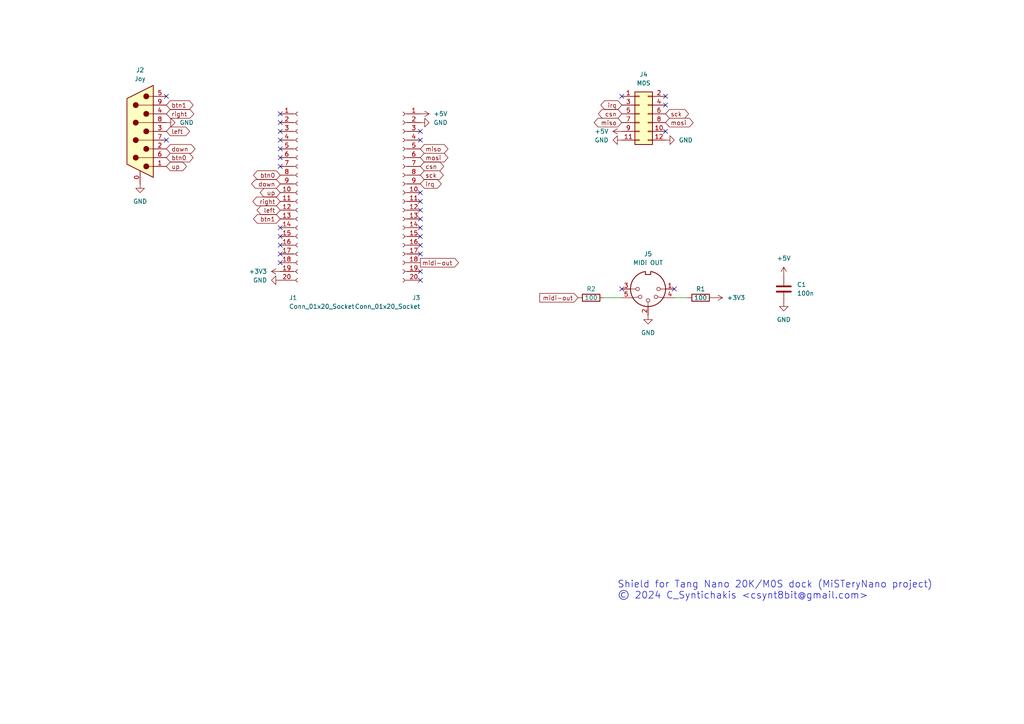
<source format=kicad_sch>
(kicad_sch (version 20250114) (generator "eeschema") (generator_version "9.0")
  (paper "A4")
  (title_block (title "nanoshield") (date "2024-06-04") (rev "1") (company "csynt"))
  (lib_symbols
    (symbol "Connector:Conn_01x20_Socket" (pin_names (offset 1.016) (hide yes))
      (property "Reference" "J" (at 0 25.4 0))
      (property "Value" "Conn_01x20_Socket" (at 0 -27.94 0))
      (symbol "Conn_01x20_Socket_1_1"
        (polyline (pts (xy -1.27 22.86) (xy -0.508 22.86)) (stroke (width 0.1524)))
        (polyline (pts (xy -1.27 20.32) (xy -0.508 20.32)) (stroke (width 0.1524)))
        (polyline (pts (xy -1.27 17.78) (xy -0.508 17.78)) (stroke (width 0.1524)))
        (polyline (pts (xy -1.27 15.24) (xy -0.508 15.24)) (stroke (width 0.1524)))
        (polyline (pts (xy -1.27 12.7) (xy -0.508 12.7)) (stroke (width 0.1524)))
        (polyline (pts (xy -1.27 10.16) (xy -0.508 10.16)) (stroke (width 0.1524)))
        (polyline (pts (xy -1.27 7.62) (xy -0.508 7.62)) (stroke (width 0.1524)))
        (polyline (pts (xy -1.27 5.08) (xy -0.508 5.08)) (stroke (width 0.1524)))
        (polyline (pts (xy -1.27 2.54) (xy -0.508 2.54)) (stroke (width 0.1524)))
        (polyline (pts (xy -1.27 0) (xy -0.508 0)) (stroke (width 0.1524)))
        (polyline (pts (xy -1.27 -2.54) (xy -0.508 -2.54)) (stroke (width 0.1524)))
        (polyline (pts (xy -1.27 -5.08) (xy -0.508 -5.08)) (stroke (width 0.1524)))
        (polyline (pts (xy -1.27 -7.62) (xy -0.508 -7.62)) (stroke (width 0.1524)))
        (polyline (pts (xy -1.27 -10.16) (xy -0.508 -10.16)) (stroke (width 0.1524)))
        (polyline (pts (xy -1.27 -12.7) (xy -0.508 -12.7)) (stroke (width 0.1524)))
        (polyline (pts (xy -1.27 -15.24) (xy -0.508 -15.24)) (stroke (width 0.1524)))
        (polyline (pts (xy -1.27 -17.78) (xy -0.508 -17.78)) (stroke (width 0.1524)))
        (polyline (pts (xy -1.27 -20.32) (xy -0.508 -20.32)) (stroke (width 0.1524)))
        (polyline (pts (xy -1.27 -22.86) (xy -0.508 -22.86)) (stroke (width 0.1524)))
        (polyline (pts (xy -1.27 -25.4) (xy -0.508 -25.4)) (stroke (width 0.1524)))
        (arc (start 0 22.352) (mid -0.5058 22.86) (end 0 23.368) (stroke (width 0.1524)))
        (arc (start 0 19.812) (mid -0.5058 20.32) (end 0 20.828) (stroke (width 0.1524)))
        (arc (start 0 17.272) (mid -0.5058 17.78) (end 0 18.288) (stroke (width 0.1524)))
        (arc (start 0 14.732) (mid -0.5058 15.24) (end 0 15.748) (stroke (width 0.1524)))
        (arc (start 0 12.192) (mid -0.5058 12.7) (end 0 13.208) (stroke (width 0.1524)))
        (arc (start 0 9.652) (mid -0.5058 10.16) (end 0 10.668) (stroke (width 0.1524)))
        (arc (start 0 7.112) (mid -0.5058 7.62) (end 0 8.128) (stroke (width 0.1524)))
        (arc (start 0 4.572) (mid -0.5058 5.08) (end 0 5.588) (stroke (width 0.1524)))
        (arc (start 0 2.032) (mid -0.5058 2.54) (end 0 3.048) (stroke (width 0.1524)))
        (arc (start 0 -0.508) (mid -0.5058 0) (end 0 0.508) (stroke (width 0.1524)))
        (arc (start 0 -3.048) (mid -0.5058 -2.54) (end 0 -2.032) (stroke (width 0.1524)))
        (arc (start 0 -5.588) (mid -0.5058 -5.08) (end 0 -4.572) (stroke (width 0.1524)))
        (arc (start 0 -8.128) (mid -0.5058 -7.62) (end 0 -7.112) (stroke (width 0.1524)))
        (arc (start 0 -10.668) (mid -0.5058 -10.16) (end 0 -9.652) (stroke (width 0.1524)))
        (arc (start 0 -13.208) (mid -0.5058 -12.7) (end 0 -12.192) (stroke (width 0.1524)))
        (arc (start 0 -15.748) (mid -0.5058 -15.24) (end 0 -14.732) (stroke (width 0.1524)))
        (arc (start 0 -18.288) (mid -0.5058 -17.78) (end 0 -17.272) (stroke (width 0.1524)))
        (arc (start 0 -20.828) (mid -0.5058 -20.32) (end 0 -19.812) (stroke (width 0.1524)))
        (arc (start 0 -23.368) (mid -0.5058 -22.86) (end 0 -22.352) (stroke (width 0.1524)))
        (arc (start 0 -25.908) (mid -0.5058 -25.4) (end 0 -24.892) (stroke (width 0.1524)))
        (pin passive line (at -5.08 22.86 0) (length 3.81) (name "Pin_1") (number "1"))
        (pin passive line (at -5.08 20.32 0) (length 3.81) (name "Pin_2") (number "2"))
        (pin passive line (at -5.08 17.78 0) (length 3.81) (name "Pin_3") (number "3"))
        (pin passive line (at -5.08 15.24 0) (length 3.81) (name "Pin_4") (number "4"))
        (pin passive line (at -5.08 12.7 0) (length 3.81) (name "Pin_5") (number "5"))
        (pin passive line (at -5.08 10.16 0) (length 3.81) (name "Pin_6") (number "6"))
        (pin passive line (at -5.08 7.62 0) (length 3.81) (name "Pin_7") (number "7"))
        (pin passive line (at -5.08 5.08 0) (length 3.81) (name "Pin_8") (number "8"))
        (pin passive line (at -5.08 2.54 0) (length 3.81) (name "Pin_9") (number "9"))
        (pin passive line (at -5.08 0 0) (length 3.81) (name "Pin_10") (number "10"))
        (pin passive line (at -5.08 -2.54 0) (length 3.81) (name "Pin_11") (number "11"))
        (pin passive line (at -5.08 -5.08 0) (length 3.81) (name "Pin_12") (number "12"))
        (pin passive line (at -5.08 -7.62 0) (length 3.81) (name "Pin_13") (number "13"))
        (pin passive line (at -5.08 -10.16 0) (length 3.81) (name "Pin_14") (number "14"))
        (pin passive line (at -5.08 -12.7 0) (length 3.81) (name "Pin_15") (number "15"))
        (pin passive line (at -5.08 -15.24 0) (length 3.81) (name "Pin_16") (number "16"))
        (pin passive line (at -5.08 -17.78 0) (length 3.81) (name "Pin_17") (number "17"))
        (pin passive line (at -5.08 -20.32 0) (length 3.81) (name "Pin_18") (number "18"))
        (pin passive line (at -5.08 -22.86 0) (length 3.81) (name "Pin_19") (number "19"))
        (pin passive line (at -5.08 -25.4 0) (length 3.81) (name "Pin_20") (number "20"))
      )
    )
    (symbol "Connector:DE9_Plug_MountingHoles" (pin_names (offset 1.016) (hide yes))
      (property "Reference" "J" (at 0 16.51 0))
      (property "Value" "DE9_Plug_MountingHoles" (at 0 14.605 0))
      (symbol "DE9_Plug_MountingHoles_0_1"
        (polyline (pts (xy -3.81 10.16) (xy -2.54 10.16)))
        (polyline (pts (xy -3.81 7.62) (xy 0.508 7.62)))
        (polyline (pts (xy -3.81 5.08) (xy -2.54 5.08)))
        (polyline (pts (xy -3.81 2.54) (xy 0.508 2.54)))
        (polyline (pts (xy -3.81 0) (xy -2.54 0)))
        (polyline (pts (xy -3.81 -2.54) (xy 0.508 -2.54)))
        (polyline (pts (xy -3.81 -5.08) (xy -2.54 -5.08)))
        (polyline (pts (xy -3.81 -7.62) (xy 0.508 -7.62)))
        (polyline (pts (xy -3.81 -10.16) (xy -2.54 -10.16)))
        (polyline (pts (xy -3.81 -13.335) (xy -3.81 13.335) (xy 3.81 9.525) (xy 3.81 -9.525) (xy -3.81 -13.335)) (stroke (width 0.254)) (fill (type background)))
        (circle (center -1.778 10.16) (radius 0.762) (fill (type outline)))
        (circle (center -1.778 5.08) (radius 0.762) (fill (type outline)))
        (circle (center -1.778 0) (radius 0.762) (fill (type outline)))
        (circle (center -1.778 -5.08) (radius 0.762) (fill (type outline)))
        (circle (center -1.778 -10.16) (radius 0.762) (fill (type outline)))
        (circle (center 1.27 7.62) (radius 0.762) (fill (type outline)))
        (circle (center 1.27 2.54) (radius 0.762) (fill (type outline)))
        (circle (center 1.27 -2.54) (radius 0.762) (fill (type outline)))
        (circle (center 1.27 -7.62) (radius 0.762) (fill (type outline)))
      )
      (symbol "DE9_Plug_MountingHoles_1_1"
        (pin passive line (at -7.62 10.16 0) (length 3.81) (name "5") (number "5"))
        (pin passive line (at -7.62 7.62 0) (length 3.81) (name "9") (number "9"))
        (pin passive line (at -7.62 5.08 0) (length 3.81) (name "4") (number "4"))
        (pin passive line (at -7.62 2.54 0) (length 3.81) (name "8") (number "8"))
        (pin passive line (at -7.62 0 0) (length 3.81) (name "3") (number "3"))
        (pin passive line (at -7.62 -2.54 0) (length 3.81) (name "7") (number "7"))
        (pin passive line (at -7.62 -5.08 0) (length 3.81) (name "2") (number "2"))
        (pin passive line (at -7.62 -7.62 0) (length 3.81) (name "6") (number "6"))
        (pin passive line (at -7.62 -10.16 0) (length 3.81) (name "1") (number "1"))
        (pin passive line (at 0 -15.24 90) (length 3.81) (name "PAD") (number "0"))
      )
    )
    (symbol "Connector:DIN-5_180degree" (pin_names (offset 1.016))
      (property "Reference" "J" (at 3.175 5.715 0))
      (property "Value" "DIN-5_180degree" (at 0 -6.35 0))
      (symbol "DIN-5_180degree_0_1"
        (polyline (pts (xy -5.08 2.54) (xy -4.318 2.54) (xy -2.794 2.286)))
        (polyline (pts (xy -5.08 0) (xy -3.556 0)))
        (circle (center -3.048 0) (radius 0.508))
        (circle (center -2.286 2.286) (radius 0.508))
        (polyline (pts (xy -0.762 -4.953) (xy -0.762 -4.191) (xy 0.762 -4.191) (xy 0.762 -4.953)) (stroke (width 0.254)))
        (arc (start 5.08 0) (mid 3.8673 -3.3444) (end 0.762 -5.08) (stroke (width 0.254)))
        (polyline (pts (xy 0 5.08) (xy 0 3.81)))
        (circle (center 0 3.302) (radius 0.508))
        (arc (start -5.08 0) (mid 0 5.0579) (end 5.08 0) (stroke (width 0.254)))
        (arc (start -0.762 -5.08) (mid -3.8597 -3.3379) (end -5.08 0) (stroke (width 0.254)))
        (circle (center 2.286 2.286) (radius 0.508))
        (circle (center 3.048 0) (radius 0.508))
        (polyline (pts (xy 5.08 2.54) (xy 4.318 2.54) (xy 2.794 2.286)))
        (polyline (pts (xy 5.08 0) (xy 3.556 0)))
      )
      (symbol "DIN-5_180degree_1_1"
        (pin passive line (at -7.62 2.54 0) (length 2.54) (name "~") (number "4"))
        (pin passive line (at -7.62 0 0) (length 2.54) (name "~") (number "1"))
        (pin passive line (at 0 7.62 270) (length 2.54) (name "~") (number "2"))
        (pin passive line (at 7.62 2.54 180) (length 2.54) (name "~") (number "5"))
        (pin passive line (at 7.62 0 180) (length 2.54) (name "~") (number "3"))
      )
    )
    (symbol "Connector_Generic:Conn_02x06_Odd_Even" (pin_names (offset 1.016) (hide yes))
      (property "Reference" "J" (at 1.27 7.62 0))
      (property "Value" "Conn_02x06_Odd_Even" (at 1.27 -10.16 0))
      (symbol "Conn_02x06_Odd_Even_1_1"
        (rectangle (start -1.27 6.35) (end 3.81 -8.89) (stroke (width 0.254)) (fill (type background)))
        (rectangle (start -1.27 5.207) (end 0 4.953) (stroke (width 0.1524)))
        (rectangle (start -1.27 2.667) (end 0 2.413) (stroke (width 0.1524)))
        (rectangle (start -1.27 0.127) (end 0 -0.127) (stroke (width 0.1524)))
        (rectangle (start -1.27 -2.413) (end 0 -2.667) (stroke (width 0.1524)))
        (rectangle (start -1.27 -4.953) (end 0 -5.207) (stroke (width 0.1524)))
        (rectangle (start -1.27 -7.493) (end 0 -7.747) (stroke (width 0.1524)))
        (rectangle (start 3.81 5.207) (end 2.54 4.953) (stroke (width 0.1524)))
        (rectangle (start 3.81 2.667) (end 2.54 2.413) (stroke (width 0.1524)))
        (rectangle (start 3.81 0.127) (end 2.54 -0.127) (stroke (width 0.1524)))
        (rectangle (start 3.81 -2.413) (end 2.54 -2.667) (stroke (width 0.1524)))
        (rectangle (start 3.81 -4.953) (end 2.54 -5.207) (stroke (width 0.1524)))
        (rectangle (start 3.81 -7.493) (end 2.54 -7.747) (stroke (width 0.1524)))
        (pin passive line (at -5.08 5.08 0) (length 3.81) (name "Pin_1") (number "1"))
        (pin passive line (at -5.08 2.54 0) (length 3.81) (name "Pin_3") (number "3"))
        (pin passive line (at -5.08 0 0) (length 3.81) (name "Pin_5") (number "5"))
        (pin passive line (at -5.08 -2.54 0) (length 3.81) (name "Pin_7") (number "7"))
        (pin passive line (at -5.08 -5.08 0) (length 3.81) (name "Pin_9") (number "9"))
        (pin passive line (at -5.08 -7.62 0) (length 3.81) (name "Pin_11") (number "11"))
        (pin passive line (at 7.62 5.08 180) (length 3.81) (name "Pin_2") (number "2"))
        (pin passive line (at 7.62 2.54 180) (length 3.81) (name "Pin_4") (number "4"))
        (pin passive line (at 7.62 0 180) (length 3.81) (name "Pin_6") (number "6"))
        (pin passive line (at 7.62 -2.54 180) (length 3.81) (name "Pin_8") (number "8"))
        (pin passive line (at 7.62 -5.08 180) (length 3.81) (name "Pin_10") (number "10"))
        (pin passive line (at 7.62 -7.62 180) (length 3.81) (name "Pin_12") (number "12"))
      )
    )
    (symbol "Device:C" (pin_numbers (hide yes)) (pin_names (offset 0.254))
      (property "Reference" "C" (at 0.635 2.54 0))
      (property "Value" "C" (at 0.635 -2.54 0))
      (symbol "C_0_1"
        (polyline (pts (xy -2.032 0.762) (xy 2.032 0.762)) (stroke (width 0.508)))
        (polyline (pts (xy -2.032 -0.762) (xy 2.032 -0.762)) (stroke (width 0.508)))
      )
      (symbol "C_1_1"
        (pin passive line (at 0 3.81 270) (length 2.794) (name "~") (number "1"))
        (pin passive line (at 0 -3.81 90) (length 2.794) (name "~") (number "2"))
      )
    )
    (symbol "Device:R" (pin_numbers (hide yes)) (pin_names (offset 0))
      (property "Reference" "R" (at 2.032 0 90))
      (property "Value" "R" (at 0 0 90))
      (symbol "R_0_1"
        (rectangle (start -1.016 -2.54) (end 1.016 2.54) (stroke (width 0.254)))
      )
      (symbol "R_1_1"
        (pin passive line (at 0 3.81 270) (length 1.27) (name "~") (number "1"))
        (pin passive line (at 0 -3.81 90) (length 1.27) (name "~") (number "2"))
      )
    )
    (symbol "power:+3V3" (power) (pin_names (offset 0))
      (property "Value" "+3V3" (at 0 3.556 0))
      (symbol "+3V3_0_1"
        (polyline (pts (xy -0.762 1.27) (xy 0 2.54)))
        (polyline (pts (xy 0 2.54) (xy 0.762 1.27)))
        (polyline (pts (xy 0 0) (xy 0 2.54)))
      )
      (symbol "+3V3_1_1"
        (pin power_in line (at 0 0 90) (length 0) (hide yes) (name "+3V3") (number "1"))
      )
    )
    (symbol "power:+5V" (power) (pin_names (offset 0))
      (property "Value" "+5V" (at 0 3.556 0))
      (symbol "+5V_0_1"
        (polyline (pts (xy -0.762 1.27) (xy 0 2.54)))
        (polyline (pts (xy 0 2.54) (xy 0.762 1.27)))
        (polyline (pts (xy 0 0) (xy 0 2.54)))
      )
      (symbol "+5V_1_1"
        (pin power_in line (at 0 0 90) (length 0) (hide yes) (name "+5V") (number "1"))
      )
    )
    (symbol "power:GND" (power) (pin_names (offset 0))
      (property "Value" "GND" (at 0 -3.81 0))
      (symbol "GND_0_1"
        (polyline (pts (xy 0 0) (xy 0 -1.27) (xy 1.27 -1.27) (xy 0 -2.54) (xy -1.27 -1.27) (xy 0 -1.27)))
      )
      (symbol "GND_1_1"
        (pin power_in line (at 0 0 270) (length 0) (hide yes) (name "GND") (number "1"))
      )
    )
  )
  (text "Shield for Tang Nano 20K/M0S dock (MiSTeryNano project)\n© 2024 C_Syntichakis <csynt8bit@gmail.com>" (at 179.07 173.99 0) (effects (font (size 2 2)) (justify left bottom)))
  (no_connect (at 121.92 78.74))
  (no_connect (at 121.92 66.04))
  (no_connect (at 81.28 68.58))
  (no_connect (at 121.92 58.42))
  (no_connect (at 121.92 81.28))
  (no_connect (at 81.28 48.26))
  (no_connect (at 193.04 27.94))
  (no_connect (at 193.04 38.1))
  (no_connect (at 121.92 73.66))
  (no_connect (at 121.92 68.58))
  (no_connect (at 81.28 76.2))
  (no_connect (at 81.28 38.1))
  (no_connect (at 81.28 73.66))
  (no_connect (at 81.28 35.56))
  (no_connect (at 121.92 63.5))
  (no_connect (at 81.28 71.12))
  (no_connect (at 81.28 33.02))
  (no_connect (at 193.04 30.48))
  (no_connect (at 121.92 38.1))
  (no_connect (at 121.92 60.96))
  (no_connect (at 121.92 71.12))
  (no_connect (at 195.58 83.82))
  (no_connect (at 180.34 27.94))
  (no_connect (at 180.34 83.82))
  (no_connect (at 81.28 66.04))
  (no_connect (at 121.92 40.64))
  (no_connect (at 48.26 40.64))
  (no_connect (at 81.28 40.64))
  (no_connect (at 48.26 27.94))
  (no_connect (at 81.28 45.72))
  (no_connect (at 81.28 43.18))
  (no_connect (at 121.92 55.88))
  (wire (pts (xy 195.58 86.36) (xy 199.39 86.36)))
  (wire (pts (xy 175.26 86.36) (xy 180.34 86.36)))
  (global_label "csn" (shape bidirectional) (at 180.34 33.02 180) (property "Intersheetrefs" "${INTERSHEET_REFS}" (effects (hide yes))))
  (global_label "btn1" (shape bidirectional) (at 81.28 63.5 180) (property "Intersheetrefs" "${INTERSHEET_REFS}" (effects (hide yes))))
  (global_label "sck" (shape bidirectional) (at 193.04 33.02 0) (property "Intersheetrefs" "${INTERSHEET_REFS}" (effects (hide yes))))
  (global_label "up" (shape bidirectional) (at 81.28 55.88 180) (property "Intersheetrefs" "${INTERSHEET_REFS}" (effects (hide yes))))
  (global_label "left" (shape bidirectional) (at 48.26 38.1 0) (property "Intersheetrefs" "${INTERSHEET_REFS}" (effects (hide yes))))
  (global_label "irq" (shape bidirectional) (at 121.92 53.34 0) (property "Intersheetrefs" "${INTERSHEET_REFS}" (effects (hide yes))))
  (global_label "right" (shape bidirectional) (at 81.28 58.42 180) (property "Intersheetrefs" "${INTERSHEET_REFS}" (effects (hide yes))))
  (global_label "btn0" (shape bidirectional) (at 48.26 45.72 0) (property "Intersheetrefs" "${INTERSHEET_REFS}" (effects (hide yes))))
  (global_label "btn0" (shape bidirectional) (at 81.28 50.8 180) (property "Intersheetrefs" "${INTERSHEET_REFS}" (effects (hide yes))))
  (global_label "csn" (shape bidirectional) (at 121.92 48.26 0) (property "Intersheetrefs" "${INTERSHEET_REFS}" (effects (hide yes))))
  (global_label "midi-out" (shape output) (at 121.92 76.2 0) (property "Intersheetrefs" "${INTERSHEET_REFS}" (effects (hide yes))))
  (global_label "left" (shape bidirectional) (at 81.28 60.96 180) (property "Intersheetrefs" "${INTERSHEET_REFS}" (effects (hide yes))))
  (global_label "mosi" (shape bidirectional) (at 121.92 45.72 0) (property "Intersheetrefs" "${INTERSHEET_REFS}" (effects (hide yes))))
  (global_label "down" (shape bidirectional) (at 81.28 53.34 180) (property "Intersheetrefs" "${INTERSHEET_REFS}" (effects (hide yes))))
  (global_label "right" (shape bidirectional) (at 48.26 33.02 0) (property "Intersheetrefs" "${INTERSHEET_REFS}" (effects (hide yes))))
  (global_label "btn1" (shape bidirectional) (at 48.26 30.48 0) (property "Intersheetrefs" "${INTERSHEET_REFS}" (effects (hide yes))))
  (global_label "mosi" (shape bidirectional) (at 193.04 35.56 0) (property "Intersheetrefs" "${INTERSHEET_REFS}" (effects (hide yes))))
  (global_label "midi-out" (shape input) (at 167.64 86.36 180) (property "Intersheetrefs" "${INTERSHEET_REFS}" (effects (hide yes))))
  (global_label "miso" (shape bidirectional) (at 180.34 35.56 180) (property "Intersheetrefs" "${INTERSHEET_REFS}" (effects (hide yes))))
  (global_label "irq" (shape bidirectional) (at 180.34 30.48 180) (property "Intersheetrefs" "${INTERSHEET_REFS}" (effects (hide yes))))
  (global_label "sck" (shape bidirectional) (at 121.92 50.8 0) (property "Intersheetrefs" "${INTERSHEET_REFS}" (effects (hide yes))))
  (global_label "up" (shape bidirectional) (at 48.26 48.26 0) (property "Intersheetrefs" "${INTERSHEET_REFS}" (effects (hide yes))))
  (global_label "down" (shape bidirectional) (at 48.26 43.18 0) (property "Intersheetrefs" "${INTERSHEET_REFS}" (effects (hide yes))))
  (global_label "miso" (shape bidirectional) (at 121.92 43.18 0) (property "Intersheetrefs" "${INTERSHEET_REFS}" (effects (hide yes))))
  (symbol (lib_id "Connector:Conn_01x20_Socket") (at 86.36 55.88 0) (unit 1)
    (property "Reference" "J1" (at 83.82 86.36 0) (effects (justify left)))
    (property "Value" "Conn_01x20_Socket" (at 83.82 88.9 0) (effects (justify left)))
    (property "Footprint" "Connector_PinSocket_2.54mm:PinSocket_1x20_P2.54mm_Vertical" (effects (hide yes)))
    (property "LCSC Part #" "C5224030" (effects (hide yes)))
  )
  (symbol (lib_id "Device:R") (at 203.2 86.36 270) (unit 1)
    (property "Reference" "R1" (at 203.2 83.82 90))
    (property "Value" "100" (at 203.2 86.36 90))
    (property "Footprint" "Resistor_THT:R_Axial_DIN0207_L6.3mm_D2.5mm_P10.16mm_Horizontal" (effects (hide yes)))
    (property "LCSC Part #" "C1364269" (effects (hide yes)))
  )
  (symbol (lib_id "Connector:DIN-5_180degree") (at 187.96 83.82 180) (unit 1)
    (property "Reference" "J5" (at 187.9599 73.66 0))
    (property "Value" "MIDI OUT" (at 187.9599 76.2 0))
    (property "Footprint" "Eurocad:MIDI_DIN5" (effects (hide yes)))
    (property "LCSC Part #" "C2939346" (effects (hide yes)))
  )
  (symbol (lib_id "power:+5V") (at 227.33 80.01 0) (unit 1)
    (property "Reference" "#PWR010" (effects (hide yes)))
    (property "Value" "+5V" (at 227.33 74.93 0))
  )
  (symbol (lib_id "power:GND") (at 81.28 81.28 270) (unit 1)
    (property "Reference" "#PWR04" (effects (hide yes)))
    (property "Value" "GND" (at 77.47 81.28 90) (effects (justify right)))
  )
  (symbol (lib_id "power:GND") (at 187.96 91.44 0) (unit 1)
    (property "Reference" "#PWR03" (effects (hide yes)))
    (property "Value" "GND" (at 187.96 96.52 0))
  )
  (symbol (lib_id "power:GND") (at 193.04 40.64 90) (unit 1)
    (property "Reference" "#PWR02" (effects (hide yes)))
    (property "Value" "GND" (at 196.85 40.64 90) (effects (justify right)))
  )
  (symbol (lib_id "power:+5V") (at 121.92 33.02 270) (unit 1)
    (property "Reference" "#PWR08" (effects (hide yes)))
    (property "Value" "+5V" (at 125.73 33.02 90) (effects (justify left)))
  )
  (symbol (lib_id "Connector:DE9_Plug_MountingHoles") (at 40.64 38.1 0) (mirror y) (unit 1)
    (property "Reference" "J2" (at 40.64 20.32 0))
    (property "Value" "Joy" (at 40.64 22.86 0))
    (property "Footprint" "Connector_Dsub:DSUB-9_Male_Horizontal_P2.77x2.84mm_EdgePinOffset7.70mm_Housed_MountingHolesOffset9.12mm" (effects (hide yes)))
    (property "LCSC Part #" "C141880" (effects (hide yes)))
    (property "JLCPCB Rotation Offset" "270" (effects (hide yes)))
    (property "JLCPCB Position Offset" "1,5.5" (effects (hide yes)))
  )
  (symbol (lib_id "power:+5V") (at 180.34 38.1 90) (unit 1)
    (property "Reference" "#PWR09" (effects (hide yes)))
    (property "Value" "+5V" (at 176.53 38.1 90) (effects (justify left)))
  )
  (symbol (lib_id "power:GND") (at 121.92 35.56 90) (unit 1)
    (property "Reference" "#PWR01" (effects (hide yes)))
    (property "Value" "GND" (at 125.73 35.56 90) (effects (justify right)))
  )
  (symbol (lib_id "power:GND") (at 180.34 40.64 270) (unit 1)
    (property "Reference" "#PWR06" (effects (hide yes)))
    (property "Value" "GND" (at 176.53 40.64 90) (effects (justify right)))
  )
  (symbol (lib_id "Connector_Generic:Conn_02x06_Odd_Even") (at 185.42 33.02 0) (unit 1)
    (property "Reference" "J4" (at 186.69 21.59 0))
    (property "Value" "M0S" (at 186.69 24.13 0))
    (property "Footprint" "Connector_PinSocket_2.54mm:PinSocket_2x06_P2.54mm_Horizontal" (effects (hide yes)))
    (property "LCSC Part #" "C5333437" (effects (hide yes)))
  )
  (symbol (lib_id "power:GND") (at 227.33 87.63 0) (unit 1)
    (property "Reference" "#PWR014" (effects (hide yes)))
    (property "Value" "GND" (at 227.33 92.71 0))
  )
  (symbol (lib_id "Device:R") (at 171.45 86.36 270) (unit 1)
    (property "Reference" "R2" (at 171.45 83.82 90))
    (property "Value" "100" (at 171.45 86.36 90))
    (property "Footprint" "Resistor_THT:R_Axial_DIN0207_L6.3mm_D2.5mm_P10.16mm_Horizontal" (effects (hide yes)))
    (property "LCSC Part #" "C1364269" (effects (hide yes)))
  )
  (symbol (lib_id "power:GND") (at 48.26 35.56 90) (unit 1)
    (property "Reference" "#PWR05" (effects (hide yes)))
    (property "Value" "GND" (at 52.07 35.56 90) (effects (justify right)))
  )
  (symbol (lib_id "Device:C") (at 227.33 83.82 0) (unit 1)
    (property "Reference" "C1" (at 231.14 82.55 0) (effects (justify left)))
    (property "Value" "100n" (at 231.14 85.09 0) (effects (justify left)))
    (property "Footprint" "Capacitor_THT:C_Disc_D5.0mm_W2.5mm_P5.00mm" (effects (hide yes)))
    (property "LCSC Part #" "C3009699" (effects (hide yes)))
  )
  (symbol (lib_id "power:GND") (at 40.64 53.34 0) (unit 1)
    (property "Reference" "#PWR011" (effects (hide yes)))
    (property "Value" "GND" (at 40.64 58.42 0))
  )
  (symbol (lib_id "power:+3V3") (at 81.28 78.74 90) (unit 1)
    (property "Reference" "#PWR012" (effects (hide yes)))
    (property "Value" "+3V3" (at 77.47 78.74 90) (effects (justify left)))
  )
  (symbol (lib_id "power:+3V3") (at 207.01 86.36 270) (unit 1)
    (property "Reference" "#PWR013" (effects (hide yes)))
    (property "Value" "+3V3" (at 210.82 86.36 90) (effects (justify left)))
  )
  (symbol (lib_id "Connector:Conn_01x20_Socket") (at 116.84 55.88 0) (mirror y) (unit 1)
    (property "Reference" "J3" (at 121.92 86.36 0) (effects (justify left)))
    (property "Value" "Conn_01x20_Socket" (at 121.92 88.9 0) (effects (justify left)))
    (property "Footprint" "Connector_PinSocket_2.54mm:PinSocket_1x20_P2.54mm_Vertical" (effects (hide yes)))
    (property "LCSC Part #" "C5224030" (effects (hide yes)))
  )
)
</source>
